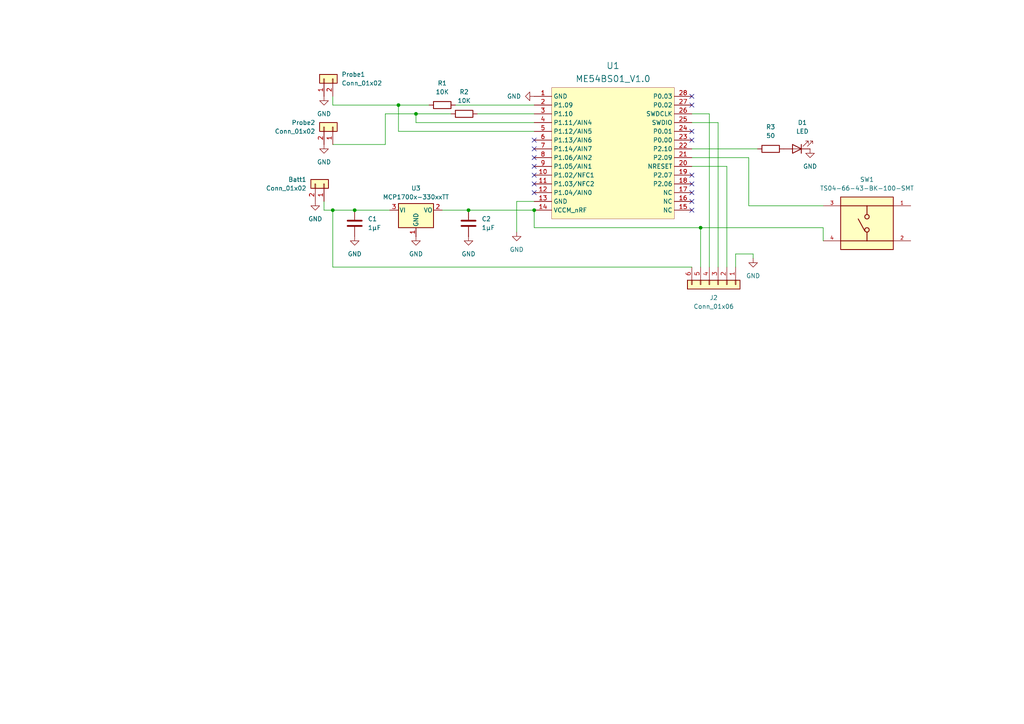
<source format=kicad_sch>
(kicad_sch (version 20250114) (generator "eeschema") (generator_version "9.0")
  (paper "A4")
  (lib_symbols
    (symbol "Connector_Generic:Conn_01x02" (pin_names (offset 1.016) (hide yes))
      (property "Reference" "J" (at 0 2.54 0))
      (property "Value" "Conn_01x02" (at 0 -5.08 0))
      (symbol "Conn_01x02_1_1"
        (rectangle (start -1.27 1.27) (end 1.27 -3.81) (stroke (width 0.254)) (fill (type background)))
        (rectangle (start -1.27 0.127) (end 0 -0.127) (stroke (width 0.1524)))
        (rectangle (start -1.27 -2.413) (end 0 -2.667) (stroke (width 0.1524)))
        (pin passive line (at -5.08 0 0) (length 3.81) (name "Pin_1") (number "1"))
        (pin passive line (at -5.08 -2.54 0) (length 3.81) (name "Pin_2") (number "2"))
      )
    )
    (symbol "Connector_Generic:Conn_01x06" (pin_names (offset 1.016) (hide yes))
      (property "Reference" "J" (at 0 7.62 0))
      (property "Value" "Conn_01x06" (at 0 -10.16 0))
      (symbol "Conn_01x06_1_1"
        (rectangle (start -1.27 6.35) (end 1.27 -8.89) (stroke (width 0.254)) (fill (type background)))
        (rectangle (start -1.27 5.207) (end 0 4.953) (stroke (width 0.1524)))
        (rectangle (start -1.27 2.667) (end 0 2.413) (stroke (width 0.1524)))
        (rectangle (start -1.27 0.127) (end 0 -0.127) (stroke (width 0.1524)))
        (rectangle (start -1.27 -2.413) (end 0 -2.667) (stroke (width 0.1524)))
        (rectangle (start -1.27 -4.953) (end 0 -5.207) (stroke (width 0.1524)))
        (rectangle (start -1.27 -7.493) (end 0 -7.747) (stroke (width 0.1524)))
        (pin passive line (at -5.08 5.08 0) (length 3.81) (name "Pin_1") (number "1"))
        (pin passive line (at -5.08 2.54 0) (length 3.81) (name "Pin_2") (number "2"))
        (pin passive line (at -5.08 0 0) (length 3.81) (name "Pin_3") (number "3"))
        (pin passive line (at -5.08 -2.54 0) (length 3.81) (name "Pin_4") (number "4"))
        (pin passive line (at -5.08 -5.08 0) (length 3.81) (name "Pin_5") (number "5"))
        (pin passive line (at -5.08 -7.62 0) (length 3.81) (name "Pin_6") (number "6"))
      )
    )
    (symbol "Device:C" (pin_numbers (hide yes)) (pin_names (offset 0.254))
      (property "Reference" "C" (at 0.635 2.54 0))
      (property "Value" "C" (at 0.635 -2.54 0))
      (symbol "C_0_1"
        (polyline (pts (xy -2.032 0.762) (xy 2.032 0.762)) (stroke (width 0.508)))
        (polyline (pts (xy -2.032 -0.762) (xy 2.032 -0.762)) (stroke (width 0.508)))
      )
      (symbol "C_1_1"
        (pin passive line (at 0 3.81 270) (length 2.794) (name "~") (number "1"))
        (pin passive line (at 0 -3.81 90) (length 2.794) (name "~") (number "2"))
      )
    )
    (symbol "Device:LED" (pin_numbers (hide yes)) (pin_names (offset 1.016) (hide yes))
      (property "Reference" "D" (at 0 2.54 0))
      (property "Value" "LED" (at 0 -2.54 0))
      (symbol "LED_0_1"
        (polyline (pts (xy -3.048 -0.762) (xy -4.572 -2.286) (xy -3.81 -2.286) (xy -4.572 -2.286) (xy -4.572 -1.524)))
        (polyline (pts (xy -1.778 -0.762) (xy -3.302 -2.286) (xy -2.54 -2.286) (xy -3.302 -2.286) (xy -3.302 -1.524)))
        (polyline (pts (xy -1.27 0) (xy 1.27 0)))
        (polyline (pts (xy -1.27 -1.27) (xy -1.27 1.27)) (stroke (width 0.254)))
        (polyline (pts (xy 1.27 -1.27) (xy 1.27 1.27) (xy -1.27 0) (xy 1.27 -1.27)) (stroke (width 0.254)))
      )
      (symbol "LED_1_1"
        (pin passive line (at -3.81 0 0) (length 2.54) (name "K") (number "1"))
        (pin passive line (at 3.81 0 180) (length 2.54) (name "A") (number "2"))
      )
    )
    (symbol "Device:R" (pin_numbers (hide yes)) (pin_names (offset 0))
      (property "Reference" "R" (at 2.032 0 90))
      (property "Value" "R" (at 0 0 90))
      (symbol "R_0_1"
        (rectangle (start -1.016 -2.54) (end 1.016 2.54) (stroke (width 0.254)))
      )
      (symbol "R_1_1"
        (pin passive line (at 0 3.81 270) (length 1.27) (name "~") (number "1"))
        (pin passive line (at 0 -3.81 90) (length 1.27) (name "~") (number "2"))
      )
    )
    (symbol "GND_1" (power) (pin_numbers (hide yes)) (pin_names (offset 0) (hide yes))
      (property "Value" "GND" (at 0 -3.81 0))
      (symbol "GND_1_0_1"
        (polyline (pts (xy 0 0) (xy 0 -1.27) (xy 1.27 -1.27) (xy 0 -2.54) (xy -1.27 -1.27) (xy 0 -1.27)))
      )
      (symbol "GND_1_1_1"
        (pin power_in line (at 0 0 270) (length 0) (name "~") (number "1"))
      )
    )
    (symbol "GND_2" (power) (pin_numbers (hide yes)) (pin_names (offset 0) (hide yes))
      (property "Value" "GND" (at 0 -3.81 0))
      (symbol "GND_2_0_1"
        (polyline (pts (xy 0 0) (xy 0 -1.27) (xy 1.27 -1.27) (xy 0 -2.54) (xy -1.27 -1.27) (xy 0 -1.27)))
      )
      (symbol "GND_2_1_1"
        (pin power_in line (at 0 0 270) (length 0) (name "~") (number "1"))
      )
    )
    (symbol "GND_3" (power) (pin_numbers (hide yes)) (pin_names (offset 0) (hide yes))
      (property "Value" "GND" (at 0 -3.81 0))
      (symbol "GND_3_0_1"
        (polyline (pts (xy 0 0) (xy 0 -1.27) (xy 1.27 -1.27) (xy 0 -2.54) (xy -1.27 -1.27) (xy 0 -1.27)))
      )
      (symbol "GND_3_1_1"
        (pin power_in line (at 0 0 270) (length 0) (name "~") (number "1"))
      )
    )
    (symbol "GND_4" (power) (pin_numbers (hide yes)) (pin_names (offset 0) (hide yes))
      (property "Value" "GND" (at 0 -3.81 0))
      (symbol "GND_4_0_1"
        (polyline (pts (xy 0 0) (xy 0 -1.27) (xy 1.27 -1.27) (xy 0 -2.54) (xy -1.27 -1.27) (xy 0 -1.27)))
      )
      (symbol "GND_4_1_1"
        (pin power_in line (at 0 0 270) (length 0) (name "~") (number "1"))
      )
    )
    (symbol "GND_5" (power) (pin_numbers (hide yes)) (pin_names (offset 0) (hide yes))
      (property "Value" "GND" (at 0 -3.81 0))
      (symbol "GND_5_0_1"
        (polyline (pts (xy 0 0) (xy 0 -1.27) (xy 1.27 -1.27) (xy 0 -2.54) (xy -1.27 -1.27) (xy 0 -1.27)))
      )
      (symbol "GND_5_1_1"
        (pin power_in line (at 0 0 270) (length 0) (name "~") (number "1"))
      )
    )
    (symbol "ME54BS01-1Y15TI:ME54BS01_V1.0"
      (property "Reference" "U" (at -1.27 1.27 0))
      (property "Value" "ME54BS01_V1.0" (at -1.27 -3.81 0))
      (symbol "ME54BS01_V1.0_1_0"
        (rectangle (start 35.56 38.1) (end 0 0) (stroke (width 0.0254) (color 128 0 0 1)) (fill (type background)))
        (pin passive line (at -5.08 35.56 0) (length 5.08) (name "GND") (number "1"))
        (pin passive line (at -5.08 33.02 0) (length 5.08) (name "P1.09") (number "2"))
        (pin passive line (at -5.08 30.48 0) (length 5.08) (name "P1.10") (number "3"))
        (pin passive line (at -5.08 27.94 0) (length 5.08) (name "P1.11/AIN4") (number "4"))
        (pin passive line (at -5.08 25.4 0) (length 5.08) (name "P1.12/AIN5") (number "5"))
        (pin passive line (at -5.08 22.86 0) (length 5.08) (name "P1.13/AIN6") (number "6"))
        (pin passive line (at -5.08 20.32 0) (length 5.08) (name "P1.14/AIN7") (number "7"))
        (pin passive line (at -5.08 17.78 0) (length 5.08) (name "P1.06/AIN2") (number "8"))
        (pin passive line (at -5.08 15.24 0) (length 5.08) (name "P1.05/AIN1") (number "9"))
        (pin passive line (at -5.08 12.7 0) (length 5.08) (name "P1.02/NFC1") (number "10"))
        (pin passive line (at -5.08 10.16 0) (length 5.08) (name "P1.03/NFC2") (number "11"))
        (pin passive line (at -5.08 7.62 0) (length 5.08) (name "P1.04/AIN0") (number "12"))
        (pin passive line (at -5.08 5.08 0) (length 5.08) (name "GND") (number "13"))
        (pin passive line (at -5.08 2.54 0) (length 5.08) (name "VCCM_nRF") (number "14"))
        (pin passive line (at 40.64 35.56 180) (length 5.08) (name "P0.03") (number "28"))
        (pin passive line (at 40.64 33.02 180) (length 5.08) (name "P0.02") (number "27"))
        (pin passive line (at 40.64 30.48 180) (length 5.08) (name "SWDCLK") (number "26"))
        (pin passive line (at 40.64 27.94 180) (length 5.08) (name "SWDIO") (number "25"))
        (pin passive line (at 40.64 25.4 180) (length 5.08) (name "P0.01") (number "24"))
        (pin passive line (at 40.64 22.86 180) (length 5.08) (name "P0.00") (number "23"))
        (pin passive line (at 40.64 20.32 180) (length 5.08) (name "P2.10") (number "22"))
        (pin passive line (at 40.64 17.78 180) (length 5.08) (name "P2.09") (number "21"))
        (pin passive line (at 40.64 15.24 180) (length 5.08) (name "NRESET") (number "20"))
        (pin passive line (at 40.64 12.7 180) (length 5.08) (name "P2.07") (number "19"))
        (pin passive line (at 40.64 10.16 180) (length 5.08) (name "P2.06") (number "18"))
        (pin passive line (at 40.64 7.62 180) (length 5.08) (name "NC") (number "17"))
        (pin passive line (at 40.64 5.08 180) (length 5.08) (name "NC") (number "16"))
        (pin passive line (at 40.64 2.54 180) (length 5.08) (name "NC") (number "15"))
      )
    )
    (symbol "Regulator_Linear:MCP1700x-330xxTT" (pin_names (offset 0.254))
      (property "Reference" "U" (at -3.81 3.175 0))
      (property "Value" "MCP1700x-330xxTT" (at 0 3.175 0))
      (symbol "MCP1700x-330xxTT_0_1"
        (rectangle (start -5.08 1.905) (end 5.08 -5.08) (stroke (width 0.254)) (fill (type background)))
      )
      (symbol "MCP1700x-330xxTT_1_1"
        (pin power_in line (at -7.62 0 0) (length 2.54) (name "VI") (number "3"))
        (pin power_in line (at 0 -7.62 90) (length 2.54) (name "GND") (number "1"))
        (pin power_out line (at 7.62 0 180) (length 2.54) (name "VO") (number "2"))
      )
    )
    (symbol "TS04-66-43-BK-100-SMT:TS04-66-43-BK-100-SMT" (pin_names (offset 1.016))
      (property "Reference" "S" (at -7.62 8.382 0))
      (property "Value" "TS04-66-43-BK-100-SMT" (at -7.62 -8.382 0))
      (symbol "TS04-66-43-BK-100-SMT_0_0"
        (rectangle (start -7.62 -7.62) (end 7.62 7.62) (stroke (width 0.254)) (fill (type background)))
        (polyline (pts (xy 0 5.08) (xy -7.62 5.08)) (stroke (width 0.254)))
        (polyline (pts (xy 0 5.08) (xy 0 2.54)) (stroke (width 0.254)))
        (polyline (pts (xy 0 5.08) (xy 7.62 5.08)) (stroke (width 0.254)))
        (circle (center 0 1.905) (radius 0.635) (stroke (width 0.254)))
        (circle (center 0 -1.905) (radius 0.635) (stroke (width 0.254)))
        (polyline (pts (xy 0 -2.54) (xy 0 -5.08)) (stroke (width 0.254)))
        (polyline (pts (xy 0 -5.08) (xy -7.62 -5.08)) (stroke (width 0.254)))
        (polyline (pts (xy 0 -5.08) (xy 7.62 -5.08)) (stroke (width 0.254)))
        (polyline (pts (xy 0.635 -2.2225) (xy 2.54 1.27)) (stroke (width 0.254)))
        (pin passive line (at -12.7 5.08 0) (length 5.08) (name "~") (number "1"))
        (pin passive line (at -12.7 -5.08 0) (length 5.08) (name "~") (number "2"))
        (pin passive line (at 12.7 5.08 180) (length 5.08) (name "~") (number "3"))
        (pin passive line (at 12.7 -5.08 180) (length 5.08) (name "~") (number "4"))
      )
    )
    (symbol "power:GND" (power) (pin_names (offset 0))
      (property "Value" "GND" (at 0 -3.81 0))
      (symbol "GND_0_1"
        (polyline (pts (xy 0 0) (xy 0 -1.27) (xy 1.27 -1.27) (xy 0 -2.54) (xy -1.27 -1.27) (xy 0 -1.27)))
      )
      (symbol "GND_1_1"
        (pin power_in line (at 0 0 270) (length 0) (hide yes) (name "GND") (number "1"))
      )
    )
  )
  (junction (at 154.94 60.96))
  (junction (at 203.2 66.04))
  (junction (at 115.57 30.48))
  (junction (at 102.87 60.96))
  (junction (at 96.52 60.96))
  (junction (at 135.89 60.96))
  (junction (at 120.65 33.02))
  (no_connect (at 200.66 53.34))
  (no_connect (at 154.94 45.72))
  (no_connect (at 200.66 38.1))
  (no_connect (at 200.66 27.94))
  (no_connect (at 154.94 48.26))
  (no_connect (at 154.94 40.64))
  (no_connect (at 200.66 30.48))
  (no_connect (at 154.94 53.34))
  (no_connect (at 200.66 60.96))
  (no_connect (at 200.66 50.8))
  (no_connect (at 154.94 43.18))
  (no_connect (at 154.94 55.88))
  (no_connect (at 154.94 50.8))
  (no_connect (at 200.66 40.64))
  (no_connect (at 200.66 58.42))
  (no_connect (at 200.66 55.88))
  (wire (pts (xy 93.98 60.96) (xy 96.52 60.96)))
  (wire (pts (xy 208.28 35.56) (xy 208.28 77.47)))
  (wire (pts (xy 120.65 33.02) (xy 111.76 33.02)))
  (wire (pts (xy 217.17 59.69) (xy 238.76 59.69)))
  (wire (pts (xy 213.36 73.66) (xy 218.44 73.66)))
  (wire (pts (xy 115.57 38.1) (xy 154.94 38.1)))
  (wire (pts (xy 111.76 33.02) (xy 111.76 41.91)))
  (wire (pts (xy 115.57 30.48) (xy 115.57 38.1)))
  (wire (pts (xy 200.66 77.47) (xy 96.52 77.47)))
  (wire (pts (xy 205.74 77.47) (xy 205.74 33.02)))
  (wire (pts (xy 205.74 33.02) (xy 200.66 33.02)))
  (wire (pts (xy 93.98 58.42) (xy 93.98 60.96)))
  (wire (pts (xy 154.94 35.56) (xy 120.65 35.56)))
  (wire (pts (xy 132.08 30.48) (xy 154.94 30.48)))
  (wire (pts (xy 200.66 48.26) (xy 210.82 48.26)))
  (wire (pts (xy 130.81 33.02) (xy 120.65 33.02)))
  (wire (pts (xy 213.36 77.47) (xy 213.36 73.66)))
  (wire (pts (xy 200.66 43.18) (xy 219.71 43.18)))
  (wire (pts (xy 200.66 35.56) (xy 208.28 35.56)))
  (wire (pts (xy 238.76 66.04) (xy 238.76 69.85)))
  (wire (pts (xy 217.17 45.72) (xy 217.17 59.69)))
  (wire (pts (xy 128.27 60.96) (xy 135.89 60.96)))
  (wire (pts (xy 154.94 60.96) (xy 154.94 66.04)))
  (wire (pts (xy 111.76 41.91) (xy 96.52 41.91)))
  (wire (pts (xy 210.82 48.26) (xy 210.82 77.47)))
  (wire (pts (xy 154.94 66.04) (xy 203.2 66.04)))
  (wire (pts (xy 120.65 33.02) (xy 120.65 35.56)))
  (wire (pts (xy 149.86 58.42) (xy 149.86 67.31)))
  (wire (pts (xy 124.46 30.48) (xy 115.57 30.48)))
  (wire (pts (xy 200.66 45.72) (xy 217.17 45.72)))
  (wire (pts (xy 138.43 33.02) (xy 154.94 33.02)))
  (wire (pts (xy 113.03 60.96) (xy 102.87 60.96)))
  (wire (pts (xy 96.52 27.94) (xy 96.52 30.48)))
  (wire (pts (xy 203.2 66.04) (xy 238.76 66.04)))
  (wire (pts (xy 96.52 60.96) (xy 102.87 60.96)))
  (wire (pts (xy 203.2 66.04) (xy 203.2 77.47)))
  (wire (pts (xy 218.44 73.66) (xy 218.44 74.93)))
  (wire (pts (xy 96.52 30.48) (xy 115.57 30.48)))
  (wire (pts (xy 96.52 77.47) (xy 96.52 60.96)))
  (wire (pts (xy 154.94 58.42) (xy 149.86 58.42)))
  (wire (pts (xy 135.89 60.96) (xy 154.94 60.96)))
  (symbol (lib_id "Regulator_Linear:MCP1700x-330xxTT") (at 120.65 60.96 0) (unit 1)
    (property "Reference" "U3" (at 120.65 54.61 0))
    (property "Value" "MCP1700x-330xxTT" (at 120.65 57.15 0))
    (property "Footprint" "Package_TO_SOT_SMD:SOT-23" (effects (hide yes)))
    (property "Datasheet" "http://ww1.microchip.com/downloads/en/DeviceDoc/20001826D.pdf" (effects (hide yes)))
    (property "Description" "250mA Low Quiscent Current LDO, 3.3V output, SOT-23" (effects (hide yes)))
  )
  (symbol (lib_name "GND_5") (lib_id "power:GND") (at 154.94 27.94 270) (unit 1)
    (property "Reference" "#PWR010" (effects (hide yes)))
    (property "Value" "GND" (at 151.13 27.9399 90) (effects (justify right)))
    (property "Description" "Power symbol creates a global label with name \"GND\" , ground" (effects (hide yes)))
  )
  (symbol (lib_id "Device:C") (at 102.87 64.77 0) (unit 1)
    (property "Reference" "C1" (at 106.68 63.4999 0) (effects (justify left)))
    (property "Value" "1µF" (at 106.68 66.0399 0) (effects (justify left)))
    (property "Footprint" "Capacitor_SMD:C_0805_2012Metric" (effects (hide yes)))
    (property "Description" "Unpolarized capacitor" (effects (hide yes)))
  )
  (symbol (lib_id "Connector_Generic:Conn_01x02") (at 93.98 22.86 90) (unit 1)
    (property "Reference" "Probe1" (at 99.06 21.5899 90) (effects (justify right)))
    (property "Value" "Conn_01x02" (at 99.06 24.1299 90) (effects (justify right)))
    (property "Footprint" "S2B-PH-SM4-TB:JST_S2B-PH-SM4-TB" (effects (hide yes)))
    (property "Description" "Generic connector, single row, 01x02, script generated (kicad-library-utils/schlib/autogen/connector/)" (effects (hide yes)))
  )
  (symbol (lib_id "Device:C") (at 135.89 64.77 0) (unit 1)
    (property "Reference" "C2" (at 139.7 63.4999 0) (effects (justify left)))
    (property "Value" "1µF" (at 139.7 66.0399 0) (effects (justify left)))
    (property "Footprint" "Capacitor_SMD:C_0805_2012Metric" (effects (hide yes)))
    (property "Description" "Unpolarized capacitor" (effects (hide yes)))
  )
  (symbol (lib_name "GND_3") (lib_id "power:GND") (at 102.87 68.58 0) (unit 1)
    (property "Reference" "#PWR08" (effects (hide yes)))
    (property "Value" "GND" (at 102.87 73.66 0))
    (property "Description" "Power symbol creates a global label with name \"GND\" , ground" (effects (hide yes)))
  )
  (symbol (lib_id "power:GND") (at 91.44 58.42 0) (unit 1)
    (property "Reference" "#PWR07" (effects (hide yes)))
    (property "Value" "GND" (at 91.44 63.5 0))
  )
  (symbol (lib_id "power:GND") (at 93.98 27.94 0) (unit 1)
    (property "Reference" "#PWR02" (effects (hide yes)))
    (property "Value" "GND" (at 93.98 33.02 0))
  )
  (symbol (lib_id "Connector_Generic:Conn_01x02") (at 96.52 36.83 270) (mirror x) (unit 1)
    (property "Reference" "Probe2" (at 91.44 35.5599 90) (effects (justify right)))
    (property "Value" "Conn_01x02" (at 91.44 38.0999 90) (effects (justify right)))
    (property "Footprint" "S2B-PH-SM4-TB:JST_S2B-PH-SM4-TB" (effects (hide yes)))
    (property "Description" "Generic connector, single row, 01x02, script generated (kicad-library-utils/schlib/autogen/connector/)" (effects (hide yes)))
  )
  (symbol (lib_name "GND_2") (lib_id "power:GND") (at 218.44 74.93 0) (unit 1)
    (property "Reference" "#PWR03" (effects (hide yes)))
    (property "Value" "GND" (at 218.44 80.01 0))
    (property "Description" "Power symbol creates a global label with name \"GND\" , ground" (effects (hide yes)))
  )
  (symbol (lib_id "Connector_Generic:Conn_01x02") (at 93.98 53.34 270) (mirror x) (unit 1)
    (property "Reference" "Batt1" (at 88.9 52.0699 90) (effects (justify right)))
    (property "Value" "Conn_01x02" (at 88.9 54.6099 90) (effects (justify right)))
    (property "Footprint" "S2B-PH-SM4-TB:JST_S2B-PH-SM4-TB" (effects (hide yes)))
    (property "Description" "Generic connector, single row, 01x02, script generated (kicad-library-utils/schlib/autogen/connector/)" (effects (hide yes)))
  )
  (symbol (lib_id "Device:R") (at 134.62 33.02 270) (unit 1)
    (property "Reference" "R2" (at 134.62 26.67 90))
    (property "Value" "10K" (at 134.62 29.21 90))
    (property "Footprint" "Resistor_SMD:R_0805_2012Metric_Pad1.20x1.40mm_HandSolder" (effects (hide yes)))
  )
  (symbol (lib_name "GND_1") (lib_id "power:GND") (at 234.95 43.18 0) (unit 1)
    (property "Reference" "#PWR01" (effects (hide yes)))
    (property "Value" "GND" (at 234.95 48.26 0))
    (property "Description" "Power symbol creates a global label with name \"GND\" , ground" (effects (hide yes)))
  )
  (symbol (lib_id "Device:LED") (at 231.14 43.18 180) (unit 1)
    (property "Reference" "D1" (at 232.7275 35.56 0))
    (property "Value" "LED" (at 232.7275 38.1 0))
    (property "Footprint" "LED_SMD:LED_0805_2012Metric" (effects (hide yes)))
    (property "Description" "Light emitting diode" (effects (hide yes)))
    (property "Sim.Pins" "1=K 2=A" (effects (hide yes)))
  )
  (symbol (lib_id "ME54BS01-1Y15TI:ME54BS01_V1.0") (at 160.02 63.5 0) (unit 1)
    (property "Reference" "U1" (at 177.8 19.05 0) (effects (font (size 1.8288 1.8288))))
    (property "Value" "ME54BS01_V1.0" (at 177.8 22.86 0) (effects (font (size 1.8288 1.8288))))
    (property "Footprint" "ME54BS01-1Y15TI:ME54BS01_V1.0" (effects (hide yes)))
    (property "Description" "ME54BS01_GBR_V1.0，ME54BS01_V1.0，23.2*17.4*0.6mm，109.0*137.9*0.6mm，5*5 有工艺边，FR-4 双面板，1OZ，沉金，过孔塞孔工艺，黑油白字，全测" (effects (hide yes)))
  )
  (symbol (lib_name "GND_3") (lib_id "power:GND") (at 135.89 68.58 0) (unit 1)
    (property "Reference" "#PWR09" (effects (hide yes)))
    (property "Value" "GND" (at 135.89 73.66 0))
    (property "Description" "Power symbol creates a global label with name \"GND\" , ground" (effects (hide yes)))
  )
  (symbol (lib_id "TS04-66-43-BK-100-SMT:TS04-66-43-BK-100-SMT") (at 251.46 64.77 0) (mirror y) (unit 1)
    (property "Reference" "SW1" (at 251.46 52.07 0))
    (property "Value" "TS04-66-43-BK-100-SMT" (at 251.46 54.61 0))
    (property "Footprint" "TS04-66-43-BK-100-SMT:SW_TS04-66-43-BK-100-SMT" (effects (hide yes)))
    (property "DigiKey_Part_Number" "2223-TS04-66-43-BK-100-SMT-ND" (effects (hide yes)))
    (property "SnapEDA_Link" "https://www.snapeda.com/parts/TS04-66-43-BK-100-SMT/Same+Sky/view-part/?ref=snap" (effects (hide yes)))
    (property "Description_1" "6 x 6 mm, 4.3 mm Actuator Height, 100 gf, Black, Surface Mount, SPST, Tactile Switch" (effects (hide yes)))
    (property "Package" "None" (effects (hide yes)))
    (property "Check_prices" "https://www.snapeda.com/parts/TS04-66-43-BK-100-SMT/Same+Sky/view-part/?ref=eda" (effects (hide yes)))
    (property "STANDARD" "Manufacturer Recommendations" (effects (hide yes)))
    (property "PARTREV" "1.0" (effects (hide yes)))
    (property "MF" "Same Sky" (effects (hide yes)))
    (property "MP" "TS04-66-43-BK-100-SMT" (effects (hide yes)))
    (property "MANUFACTURER" "CUI Devices" (effects (hide yes)))
  )
  (symbol (lib_id "power:GND") (at 93.98 41.91 0) (unit 1)
    (property "Reference" "#PWR04" (effects (hide yes)))
    (property "Value" "GND" (at 93.98 46.99 0))
  )
  (symbol (lib_name "GND_3") (lib_id "power:GND") (at 120.65 68.58 0) (unit 1)
    (property "Reference" "#PWR05" (effects (hide yes)))
    (property "Value" "GND" (at 120.65 73.66 0))
    (property "Description" "Power symbol creates a global label with name \"GND\" , ground" (effects (hide yes)))
  )
  (symbol (lib_id "Connector_Generic:Conn_01x06") (at 208.28 82.55 270) (unit 1)
    (property "Reference" "J2" (at 207.01 86.36 90))
    (property "Value" "Conn_01x06" (at 207.01 88.9 90))
    (property "Footprint" "Connector_PinHeader_2.54mm:PinHeader_1x06_P2.54mm_Vertical" (effects (hide yes)))
    (property "Description" "Generic connector, single row, 01x06, script generated (kicad-library-utils/schlib/autogen/connector/)" (effects (hide yes)))
  )
  (symbol (lib_id "Device:R") (at 128.27 30.48 270) (unit 1)
    (property "Reference" "R1" (at 128.27 24.13 90))
    (property "Value" "10K" (at 128.27 26.67 90))
    (property "Footprint" "Resistor_SMD:R_0805_2012Metric_Pad1.20x1.40mm_HandSolder" (effects (hide yes)))
  )
  (symbol (lib_name "GND_4") (lib_id "power:GND") (at 149.86 67.31 0) (unit 1)
    (property "Reference" "#PWR06" (effects (hide yes)))
    (property "Value" "GND" (at 149.86 72.39 0))
    (property "Description" "Power symbol creates a global label with name \"GND\" , ground" (effects (hide yes)))
  )
  (symbol (lib_id "Device:R") (at 223.52 43.18 90) (unit 1)
    (property "Reference" "R3" (at 223.52 36.83 90))
    (property "Value" "50" (at 223.52 39.37 90))
    (property "Footprint" "Resistor_SMD:R_0805_2012Metric" (effects (hide yes)))
    (property "Description" "Resistor" (effects (hide yes)))
  )
)
</source>
